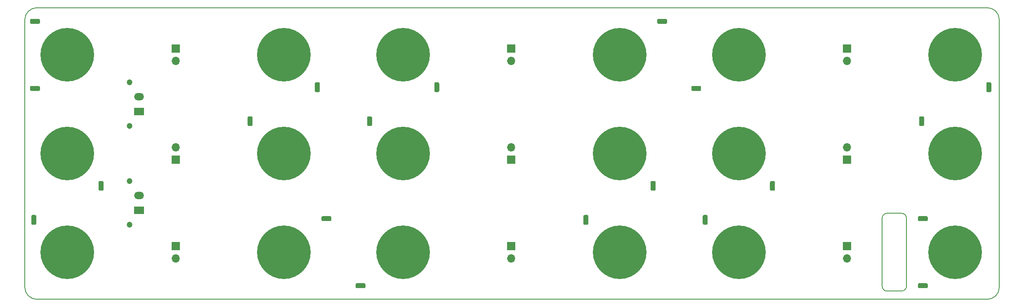
<source format=gbr>
%TF.GenerationSoftware,KiCad,Pcbnew,(5.0.0-rc2-dev-733-g23a9fcd91)*%
%TF.CreationDate,2018-05-26T11:51:58+02:00*%
%TF.ProjectId,CellsBoard,43656C6C73426F6172642E6B69636164,rev?*%
%TF.SameCoordinates,Original*%
%TF.FileFunction,Soldermask,Bot*%
%TF.FilePolarity,Negative*%
%FSLAX46Y46*%
G04 Gerber Fmt 4.6, Leading zero omitted, Abs format (unit mm)*
G04 Created by KiCad (PCBNEW (5.0.0-rc2-dev-733-g23a9fcd91)) date 05/26/18 11:51:58*
%MOMM*%
%LPD*%
G01*
G04 APERTURE LIST*
%ADD10C,0.150000*%
%ADD11O,2.000000X1.500000*%
%ADD12R,2.000000X1.500000*%
%ADD13C,1.200000*%
%ADD14C,11.000000*%
%ADD15C,0.900000*%
%ADD16C,1.000000*%
%ADD17O,1.700000X1.700000*%
%ADD18R,1.700000X1.700000*%
G04 APERTURE END LIST*
D10*
X226950000Y-132300000D02*
X229950000Y-132300000D01*
X225950000Y-147300000D02*
X225950000Y-133300000D01*
X229950000Y-148300000D02*
X226950000Y-148300000D01*
X230950000Y-133300000D02*
X230950000Y-147300000D01*
X226950000Y-148300000D02*
G75*
G02X225950000Y-147300000I0J1000000D01*
G01*
X225950000Y-133300000D02*
G75*
G02X226950000Y-132300000I1000000J0D01*
G01*
X229950000Y-132300000D02*
G75*
G02X230950000Y-133300000I0J-1000000D01*
G01*
X230950000Y-147300000D02*
G75*
G02X229950000Y-148300000I-1000000J0D01*
G01*
X247500000Y-90000000D02*
X52500000Y-90000000D01*
X247500000Y-90000000D02*
G75*
G02X250000000Y-92500000I0J-2500000D01*
G01*
X250000000Y-147500000D02*
X250000000Y-92500000D01*
X250000000Y-147500000D02*
G75*
G02X247500000Y-150000000I-2500000J0D01*
G01*
X52500000Y-150000000D02*
X247500000Y-150000000D01*
X52500000Y-150000000D02*
G75*
G02X50000000Y-147500000I0J2500000D01*
G01*
X50000000Y-92500000D02*
X50000000Y-147500000D01*
X50000000Y-92500000D02*
G75*
G02X52500000Y-90000000I2500000J0D01*
G01*
D11*
X73450000Y-108350000D03*
D12*
X73450000Y-111350000D03*
D13*
X71490000Y-105350000D03*
X71490000Y-114350000D03*
D11*
X73450000Y-128650000D03*
D12*
X73450000Y-131650000D03*
D13*
X71490000Y-125650000D03*
X71490000Y-134650000D03*
D14*
X240950000Y-140300000D03*
D15*
X240950000Y-136175000D03*
X243876815Y-137373185D03*
X245075000Y-140300000D03*
X243876815Y-143226815D03*
X240950000Y-144425000D03*
X238023185Y-143226815D03*
X236825000Y-140300000D03*
X238023185Y-137373185D03*
D10*
G36*
X235074504Y-132901204D02*
X235098773Y-132904804D01*
X235122571Y-132910765D01*
X235145671Y-132919030D01*
X235167849Y-132929520D01*
X235188893Y-132942133D01*
X235208598Y-132956747D01*
X235226777Y-132973223D01*
X235243253Y-132991402D01*
X235257867Y-133011107D01*
X235270480Y-133032151D01*
X235280970Y-133054329D01*
X235289235Y-133077429D01*
X235295196Y-133101227D01*
X235298796Y-133125496D01*
X235300000Y-133150000D01*
X235300000Y-133650000D01*
X235298796Y-133674504D01*
X235295196Y-133698773D01*
X235289235Y-133722571D01*
X235280970Y-133745671D01*
X235270480Y-133767849D01*
X235257867Y-133788893D01*
X235243253Y-133808598D01*
X235226777Y-133826777D01*
X235208598Y-133843253D01*
X235188893Y-133857867D01*
X235167849Y-133870480D01*
X235145671Y-133880970D01*
X235122571Y-133889235D01*
X235098773Y-133895196D01*
X235074504Y-133898796D01*
X235050000Y-133900000D01*
X233550000Y-133900000D01*
X233525496Y-133898796D01*
X233501227Y-133895196D01*
X233477429Y-133889235D01*
X233454329Y-133880970D01*
X233432151Y-133870480D01*
X233411107Y-133857867D01*
X233391402Y-133843253D01*
X233373223Y-133826777D01*
X233356747Y-133808598D01*
X233342133Y-133788893D01*
X233329520Y-133767849D01*
X233319030Y-133745671D01*
X233310765Y-133722571D01*
X233304804Y-133698773D01*
X233301204Y-133674504D01*
X233300000Y-133650000D01*
X233300000Y-133150000D01*
X233301204Y-133125496D01*
X233304804Y-133101227D01*
X233310765Y-133077429D01*
X233319030Y-133054329D01*
X233329520Y-133032151D01*
X233342133Y-133011107D01*
X233356747Y-132991402D01*
X233373223Y-132973223D01*
X233391402Y-132956747D01*
X233411107Y-132942133D01*
X233432151Y-132929520D01*
X233454329Y-132919030D01*
X233477429Y-132910765D01*
X233501227Y-132904804D01*
X233525496Y-132901204D01*
X233550000Y-132900000D01*
X235050000Y-132900000D01*
X235074504Y-132901204D01*
X235074504Y-132901204D01*
G37*
D16*
X234300000Y-133400000D03*
D10*
G36*
X235074504Y-146701204D02*
X235098773Y-146704804D01*
X235122571Y-146710765D01*
X235145671Y-146719030D01*
X235167849Y-146729520D01*
X235188893Y-146742133D01*
X235208598Y-146756747D01*
X235226777Y-146773223D01*
X235243253Y-146791402D01*
X235257867Y-146811107D01*
X235270480Y-146832151D01*
X235280970Y-146854329D01*
X235289235Y-146877429D01*
X235295196Y-146901227D01*
X235298796Y-146925496D01*
X235300000Y-146950000D01*
X235300000Y-147450000D01*
X235298796Y-147474504D01*
X235295196Y-147498773D01*
X235289235Y-147522571D01*
X235280970Y-147545671D01*
X235270480Y-147567849D01*
X235257867Y-147588893D01*
X235243253Y-147608598D01*
X235226777Y-147626777D01*
X235208598Y-147643253D01*
X235188893Y-147657867D01*
X235167849Y-147670480D01*
X235145671Y-147680970D01*
X235122571Y-147689235D01*
X235098773Y-147695196D01*
X235074504Y-147698796D01*
X235050000Y-147700000D01*
X233550000Y-147700000D01*
X233525496Y-147698796D01*
X233501227Y-147695196D01*
X233477429Y-147689235D01*
X233454329Y-147680970D01*
X233432151Y-147670480D01*
X233411107Y-147657867D01*
X233391402Y-147643253D01*
X233373223Y-147626777D01*
X233356747Y-147608598D01*
X233342133Y-147588893D01*
X233329520Y-147567849D01*
X233319030Y-147545671D01*
X233310765Y-147522571D01*
X233304804Y-147498773D01*
X233301204Y-147474504D01*
X233300000Y-147450000D01*
X233300000Y-146950000D01*
X233301204Y-146925496D01*
X233304804Y-146901227D01*
X233310765Y-146877429D01*
X233319030Y-146854329D01*
X233329520Y-146832151D01*
X233342133Y-146811107D01*
X233356747Y-146791402D01*
X233373223Y-146773223D01*
X233391402Y-146756747D01*
X233411107Y-146742133D01*
X233432151Y-146729520D01*
X233454329Y-146719030D01*
X233477429Y-146710765D01*
X233501227Y-146704804D01*
X233525496Y-146701204D01*
X233550000Y-146700000D01*
X235050000Y-146700000D01*
X235074504Y-146701204D01*
X235074504Y-146701204D01*
G37*
D16*
X234300000Y-147200000D03*
D10*
G36*
X119674504Y-146701204D02*
X119698773Y-146704804D01*
X119722571Y-146710765D01*
X119745671Y-146719030D01*
X119767849Y-146729520D01*
X119788893Y-146742133D01*
X119808598Y-146756747D01*
X119826777Y-146773223D01*
X119843253Y-146791402D01*
X119857867Y-146811107D01*
X119870480Y-146832151D01*
X119880970Y-146854329D01*
X119889235Y-146877429D01*
X119895196Y-146901227D01*
X119898796Y-146925496D01*
X119900000Y-146950000D01*
X119900000Y-147450000D01*
X119898796Y-147474504D01*
X119895196Y-147498773D01*
X119889235Y-147522571D01*
X119880970Y-147545671D01*
X119870480Y-147567849D01*
X119857867Y-147588893D01*
X119843253Y-147608598D01*
X119826777Y-147626777D01*
X119808598Y-147643253D01*
X119788893Y-147657867D01*
X119767849Y-147670480D01*
X119745671Y-147680970D01*
X119722571Y-147689235D01*
X119698773Y-147695196D01*
X119674504Y-147698796D01*
X119650000Y-147700000D01*
X118150000Y-147700000D01*
X118125496Y-147698796D01*
X118101227Y-147695196D01*
X118077429Y-147689235D01*
X118054329Y-147680970D01*
X118032151Y-147670480D01*
X118011107Y-147657867D01*
X117991402Y-147643253D01*
X117973223Y-147626777D01*
X117956747Y-147608598D01*
X117942133Y-147588893D01*
X117929520Y-147567849D01*
X117919030Y-147545671D01*
X117910765Y-147522571D01*
X117904804Y-147498773D01*
X117901204Y-147474504D01*
X117900000Y-147450000D01*
X117900000Y-146950000D01*
X117901204Y-146925496D01*
X117904804Y-146901227D01*
X117910765Y-146877429D01*
X117919030Y-146854329D01*
X117929520Y-146832151D01*
X117942133Y-146811107D01*
X117956747Y-146791402D01*
X117973223Y-146773223D01*
X117991402Y-146756747D01*
X118011107Y-146742133D01*
X118032151Y-146729520D01*
X118054329Y-146719030D01*
X118077429Y-146710765D01*
X118101227Y-146704804D01*
X118125496Y-146701204D01*
X118150000Y-146700000D01*
X119650000Y-146700000D01*
X119674504Y-146701204D01*
X119674504Y-146701204D01*
G37*
D16*
X118900000Y-147200000D03*
D10*
G36*
X112674504Y-132901204D02*
X112698773Y-132904804D01*
X112722571Y-132910765D01*
X112745671Y-132919030D01*
X112767849Y-132929520D01*
X112788893Y-132942133D01*
X112808598Y-132956747D01*
X112826777Y-132973223D01*
X112843253Y-132991402D01*
X112857867Y-133011107D01*
X112870480Y-133032151D01*
X112880970Y-133054329D01*
X112889235Y-133077429D01*
X112895196Y-133101227D01*
X112898796Y-133125496D01*
X112900000Y-133150000D01*
X112900000Y-133650000D01*
X112898796Y-133674504D01*
X112895196Y-133698773D01*
X112889235Y-133722571D01*
X112880970Y-133745671D01*
X112870480Y-133767849D01*
X112857867Y-133788893D01*
X112843253Y-133808598D01*
X112826777Y-133826777D01*
X112808598Y-133843253D01*
X112788893Y-133857867D01*
X112767849Y-133870480D01*
X112745671Y-133880970D01*
X112722571Y-133889235D01*
X112698773Y-133895196D01*
X112674504Y-133898796D01*
X112650000Y-133900000D01*
X111150000Y-133900000D01*
X111125496Y-133898796D01*
X111101227Y-133895196D01*
X111077429Y-133889235D01*
X111054329Y-133880970D01*
X111032151Y-133870480D01*
X111011107Y-133857867D01*
X110991402Y-133843253D01*
X110973223Y-133826777D01*
X110956747Y-133808598D01*
X110942133Y-133788893D01*
X110929520Y-133767849D01*
X110919030Y-133745671D01*
X110910765Y-133722571D01*
X110904804Y-133698773D01*
X110901204Y-133674504D01*
X110900000Y-133650000D01*
X110900000Y-133150000D01*
X110901204Y-133125496D01*
X110904804Y-133101227D01*
X110910765Y-133077429D01*
X110919030Y-133054329D01*
X110929520Y-133032151D01*
X110942133Y-133011107D01*
X110956747Y-132991402D01*
X110973223Y-132973223D01*
X110991402Y-132956747D01*
X111011107Y-132942133D01*
X111032151Y-132929520D01*
X111054329Y-132919030D01*
X111077429Y-132910765D01*
X111101227Y-132904804D01*
X111125496Y-132901204D01*
X111150000Y-132900000D01*
X112650000Y-132900000D01*
X112674504Y-132901204D01*
X112674504Y-132901204D01*
G37*
D16*
X111900000Y-133400000D03*
D14*
X127650000Y-140300000D03*
D15*
X124723185Y-143226815D03*
X127650000Y-136175000D03*
X130576815Y-143226815D03*
X130576815Y-137373185D03*
X124723185Y-137373185D03*
X127650000Y-144425000D03*
X123525000Y-140300000D03*
X131775000Y-140300000D03*
X106076815Y-137373185D03*
X103150000Y-136175000D03*
X100223185Y-137373185D03*
X99025000Y-140300000D03*
X100223185Y-143226815D03*
X103150000Y-144425000D03*
X106076815Y-143226815D03*
X107275000Y-140300000D03*
D14*
X103150000Y-140300000D03*
D10*
G36*
X188574504Y-106101204D02*
X188598773Y-106104804D01*
X188622571Y-106110765D01*
X188645671Y-106119030D01*
X188667849Y-106129520D01*
X188688893Y-106142133D01*
X188708598Y-106156747D01*
X188726777Y-106173223D01*
X188743253Y-106191402D01*
X188757867Y-106211107D01*
X188770480Y-106232151D01*
X188780970Y-106254329D01*
X188789235Y-106277429D01*
X188795196Y-106301227D01*
X188798796Y-106325496D01*
X188800000Y-106350000D01*
X188800000Y-106850000D01*
X188798796Y-106874504D01*
X188795196Y-106898773D01*
X188789235Y-106922571D01*
X188780970Y-106945671D01*
X188770480Y-106967849D01*
X188757867Y-106988893D01*
X188743253Y-107008598D01*
X188726777Y-107026777D01*
X188708598Y-107043253D01*
X188688893Y-107057867D01*
X188667849Y-107070480D01*
X188645671Y-107080970D01*
X188622571Y-107089235D01*
X188598773Y-107095196D01*
X188574504Y-107098796D01*
X188550000Y-107100000D01*
X187050000Y-107100000D01*
X187025496Y-107098796D01*
X187001227Y-107095196D01*
X186977429Y-107089235D01*
X186954329Y-107080970D01*
X186932151Y-107070480D01*
X186911107Y-107057867D01*
X186891402Y-107043253D01*
X186873223Y-107026777D01*
X186856747Y-107008598D01*
X186842133Y-106988893D01*
X186829520Y-106967849D01*
X186819030Y-106945671D01*
X186810765Y-106922571D01*
X186804804Y-106898773D01*
X186801204Y-106874504D01*
X186800000Y-106850000D01*
X186800000Y-106350000D01*
X186801204Y-106325496D01*
X186804804Y-106301227D01*
X186810765Y-106277429D01*
X186819030Y-106254329D01*
X186829520Y-106232151D01*
X186842133Y-106211107D01*
X186856747Y-106191402D01*
X186873223Y-106173223D01*
X186891402Y-106156747D01*
X186911107Y-106142133D01*
X186932151Y-106129520D01*
X186954329Y-106119030D01*
X186977429Y-106110765D01*
X187001227Y-106104804D01*
X187025496Y-106101204D01*
X187050000Y-106100000D01*
X188550000Y-106100000D01*
X188574504Y-106101204D01*
X188574504Y-106101204D01*
G37*
D16*
X187800000Y-106600000D03*
D10*
G36*
X181574504Y-92301204D02*
X181598773Y-92304804D01*
X181622571Y-92310765D01*
X181645671Y-92319030D01*
X181667849Y-92329520D01*
X181688893Y-92342133D01*
X181708598Y-92356747D01*
X181726777Y-92373223D01*
X181743253Y-92391402D01*
X181757867Y-92411107D01*
X181770480Y-92432151D01*
X181780970Y-92454329D01*
X181789235Y-92477429D01*
X181795196Y-92501227D01*
X181798796Y-92525496D01*
X181800000Y-92550000D01*
X181800000Y-93050000D01*
X181798796Y-93074504D01*
X181795196Y-93098773D01*
X181789235Y-93122571D01*
X181780970Y-93145671D01*
X181770480Y-93167849D01*
X181757867Y-93188893D01*
X181743253Y-93208598D01*
X181726777Y-93226777D01*
X181708598Y-93243253D01*
X181688893Y-93257867D01*
X181667849Y-93270480D01*
X181645671Y-93280970D01*
X181622571Y-93289235D01*
X181598773Y-93295196D01*
X181574504Y-93298796D01*
X181550000Y-93300000D01*
X180050000Y-93300000D01*
X180025496Y-93298796D01*
X180001227Y-93295196D01*
X179977429Y-93289235D01*
X179954329Y-93280970D01*
X179932151Y-93270480D01*
X179911107Y-93257867D01*
X179891402Y-93243253D01*
X179873223Y-93226777D01*
X179856747Y-93208598D01*
X179842133Y-93188893D01*
X179829520Y-93167849D01*
X179819030Y-93145671D01*
X179810765Y-93122571D01*
X179804804Y-93098773D01*
X179801204Y-93074504D01*
X179800000Y-93050000D01*
X179800000Y-92550000D01*
X179801204Y-92525496D01*
X179804804Y-92501227D01*
X179810765Y-92477429D01*
X179819030Y-92454329D01*
X179829520Y-92432151D01*
X179842133Y-92411107D01*
X179856747Y-92391402D01*
X179873223Y-92373223D01*
X179891402Y-92356747D01*
X179911107Y-92342133D01*
X179932151Y-92329520D01*
X179954329Y-92319030D01*
X179977429Y-92310765D01*
X180001227Y-92304804D01*
X180025496Y-92301204D01*
X180050000Y-92300000D01*
X181550000Y-92300000D01*
X181574504Y-92301204D01*
X181574504Y-92301204D01*
G37*
D16*
X180800000Y-92800000D03*
D14*
X196550000Y-99700000D03*
D15*
X193623185Y-102626815D03*
X196550000Y-95575000D03*
X199476815Y-102626815D03*
X199476815Y-96773185D03*
X193623185Y-96773185D03*
X196550000Y-103825000D03*
X192425000Y-99700000D03*
X200675000Y-99700000D03*
X174976815Y-96773185D03*
X172050000Y-95575000D03*
X169123185Y-96773185D03*
X167925000Y-99700000D03*
X169123185Y-102626815D03*
X172050000Y-103825000D03*
X174976815Y-102626815D03*
X176175000Y-99700000D03*
D14*
X172050000Y-99700000D03*
D10*
G36*
X110324504Y-105351204D02*
X110348773Y-105354804D01*
X110372571Y-105360765D01*
X110395671Y-105369030D01*
X110417849Y-105379520D01*
X110438893Y-105392133D01*
X110458598Y-105406747D01*
X110476777Y-105423223D01*
X110493253Y-105441402D01*
X110507867Y-105461107D01*
X110520480Y-105482151D01*
X110530970Y-105504329D01*
X110539235Y-105527429D01*
X110545196Y-105551227D01*
X110548796Y-105575496D01*
X110550000Y-105600000D01*
X110550000Y-107100000D01*
X110548796Y-107124504D01*
X110545196Y-107148773D01*
X110539235Y-107172571D01*
X110530970Y-107195671D01*
X110520480Y-107217849D01*
X110507867Y-107238893D01*
X110493253Y-107258598D01*
X110476777Y-107276777D01*
X110458598Y-107293253D01*
X110438893Y-107307867D01*
X110417849Y-107320480D01*
X110395671Y-107330970D01*
X110372571Y-107339235D01*
X110348773Y-107345196D01*
X110324504Y-107348796D01*
X110300000Y-107350000D01*
X109800000Y-107350000D01*
X109775496Y-107348796D01*
X109751227Y-107345196D01*
X109727429Y-107339235D01*
X109704329Y-107330970D01*
X109682151Y-107320480D01*
X109661107Y-107307867D01*
X109641402Y-107293253D01*
X109623223Y-107276777D01*
X109606747Y-107258598D01*
X109592133Y-107238893D01*
X109579520Y-107217849D01*
X109569030Y-107195671D01*
X109560765Y-107172571D01*
X109554804Y-107148773D01*
X109551204Y-107124504D01*
X109550000Y-107100000D01*
X109550000Y-105600000D01*
X109551204Y-105575496D01*
X109554804Y-105551227D01*
X109560765Y-105527429D01*
X109569030Y-105504329D01*
X109579520Y-105482151D01*
X109592133Y-105461107D01*
X109606747Y-105441402D01*
X109623223Y-105423223D01*
X109641402Y-105406747D01*
X109661107Y-105392133D01*
X109682151Y-105379520D01*
X109704329Y-105369030D01*
X109727429Y-105360765D01*
X109751227Y-105354804D01*
X109775496Y-105351204D01*
X109800000Y-105350000D01*
X110300000Y-105350000D01*
X110324504Y-105351204D01*
X110324504Y-105351204D01*
G37*
D16*
X110050000Y-106350000D03*
D10*
G36*
X96524504Y-112351204D02*
X96548773Y-112354804D01*
X96572571Y-112360765D01*
X96595671Y-112369030D01*
X96617849Y-112379520D01*
X96638893Y-112392133D01*
X96658598Y-112406747D01*
X96676777Y-112423223D01*
X96693253Y-112441402D01*
X96707867Y-112461107D01*
X96720480Y-112482151D01*
X96730970Y-112504329D01*
X96739235Y-112527429D01*
X96745196Y-112551227D01*
X96748796Y-112575496D01*
X96750000Y-112600000D01*
X96750000Y-114100000D01*
X96748796Y-114124504D01*
X96745196Y-114148773D01*
X96739235Y-114172571D01*
X96730970Y-114195671D01*
X96720480Y-114217849D01*
X96707867Y-114238893D01*
X96693253Y-114258598D01*
X96676777Y-114276777D01*
X96658598Y-114293253D01*
X96638893Y-114307867D01*
X96617849Y-114320480D01*
X96595671Y-114330970D01*
X96572571Y-114339235D01*
X96548773Y-114345196D01*
X96524504Y-114348796D01*
X96500000Y-114350000D01*
X96000000Y-114350000D01*
X95975496Y-114348796D01*
X95951227Y-114345196D01*
X95927429Y-114339235D01*
X95904329Y-114330970D01*
X95882151Y-114320480D01*
X95861107Y-114307867D01*
X95841402Y-114293253D01*
X95823223Y-114276777D01*
X95806747Y-114258598D01*
X95792133Y-114238893D01*
X95779520Y-114217849D01*
X95769030Y-114195671D01*
X95760765Y-114172571D01*
X95754804Y-114148773D01*
X95751204Y-114124504D01*
X95750000Y-114100000D01*
X95750000Y-112600000D01*
X95751204Y-112575496D01*
X95754804Y-112551227D01*
X95760765Y-112527429D01*
X95769030Y-112504329D01*
X95779520Y-112482151D01*
X95792133Y-112461107D01*
X95806747Y-112441402D01*
X95823223Y-112423223D01*
X95841402Y-112406747D01*
X95861107Y-112392133D01*
X95882151Y-112379520D01*
X95904329Y-112369030D01*
X95927429Y-112360765D01*
X95951227Y-112354804D01*
X95975496Y-112351204D01*
X96000000Y-112350000D01*
X96500000Y-112350000D01*
X96524504Y-112351204D01*
X96524504Y-112351204D01*
G37*
D16*
X96250000Y-113350000D03*
D14*
X103150000Y-99700000D03*
D15*
X106076815Y-102626815D03*
X99025000Y-99700000D03*
X106076815Y-96773185D03*
X100223185Y-96773185D03*
X100223185Y-102626815D03*
X107275000Y-99700000D03*
X103150000Y-103825000D03*
X103150000Y-95575000D03*
X100223185Y-117073185D03*
X99025000Y-120000000D03*
X100223185Y-122926815D03*
X103150000Y-124125000D03*
X106076815Y-122926815D03*
X107275000Y-120000000D03*
X106076815Y-117073185D03*
X103150000Y-115875000D03*
D14*
X103150000Y-120000000D03*
D10*
G36*
X65924504Y-125651204D02*
X65948773Y-125654804D01*
X65972571Y-125660765D01*
X65995671Y-125669030D01*
X66017849Y-125679520D01*
X66038893Y-125692133D01*
X66058598Y-125706747D01*
X66076777Y-125723223D01*
X66093253Y-125741402D01*
X66107867Y-125761107D01*
X66120480Y-125782151D01*
X66130970Y-125804329D01*
X66139235Y-125827429D01*
X66145196Y-125851227D01*
X66148796Y-125875496D01*
X66150000Y-125900000D01*
X66150000Y-127400000D01*
X66148796Y-127424504D01*
X66145196Y-127448773D01*
X66139235Y-127472571D01*
X66130970Y-127495671D01*
X66120480Y-127517849D01*
X66107867Y-127538893D01*
X66093253Y-127558598D01*
X66076777Y-127576777D01*
X66058598Y-127593253D01*
X66038893Y-127607867D01*
X66017849Y-127620480D01*
X65995671Y-127630970D01*
X65972571Y-127639235D01*
X65948773Y-127645196D01*
X65924504Y-127648796D01*
X65900000Y-127650000D01*
X65400000Y-127650000D01*
X65375496Y-127648796D01*
X65351227Y-127645196D01*
X65327429Y-127639235D01*
X65304329Y-127630970D01*
X65282151Y-127620480D01*
X65261107Y-127607867D01*
X65241402Y-127593253D01*
X65223223Y-127576777D01*
X65206747Y-127558598D01*
X65192133Y-127538893D01*
X65179520Y-127517849D01*
X65169030Y-127495671D01*
X65160765Y-127472571D01*
X65154804Y-127448773D01*
X65151204Y-127424504D01*
X65150000Y-127400000D01*
X65150000Y-125900000D01*
X65151204Y-125875496D01*
X65154804Y-125851227D01*
X65160765Y-125827429D01*
X65169030Y-125804329D01*
X65179520Y-125782151D01*
X65192133Y-125761107D01*
X65206747Y-125741402D01*
X65223223Y-125723223D01*
X65241402Y-125706747D01*
X65261107Y-125692133D01*
X65282151Y-125679520D01*
X65304329Y-125669030D01*
X65327429Y-125660765D01*
X65351227Y-125654804D01*
X65375496Y-125651204D01*
X65400000Y-125650000D01*
X65900000Y-125650000D01*
X65924504Y-125651204D01*
X65924504Y-125651204D01*
G37*
D16*
X65650000Y-126650000D03*
D10*
G36*
X52124504Y-132651204D02*
X52148773Y-132654804D01*
X52172571Y-132660765D01*
X52195671Y-132669030D01*
X52217849Y-132679520D01*
X52238893Y-132692133D01*
X52258598Y-132706747D01*
X52276777Y-132723223D01*
X52293253Y-132741402D01*
X52307867Y-132761107D01*
X52320480Y-132782151D01*
X52330970Y-132804329D01*
X52339235Y-132827429D01*
X52345196Y-132851227D01*
X52348796Y-132875496D01*
X52350000Y-132900000D01*
X52350000Y-134400000D01*
X52348796Y-134424504D01*
X52345196Y-134448773D01*
X52339235Y-134472571D01*
X52330970Y-134495671D01*
X52320480Y-134517849D01*
X52307867Y-134538893D01*
X52293253Y-134558598D01*
X52276777Y-134576777D01*
X52258598Y-134593253D01*
X52238893Y-134607867D01*
X52217849Y-134620480D01*
X52195671Y-134630970D01*
X52172571Y-134639235D01*
X52148773Y-134645196D01*
X52124504Y-134648796D01*
X52100000Y-134650000D01*
X51600000Y-134650000D01*
X51575496Y-134648796D01*
X51551227Y-134645196D01*
X51527429Y-134639235D01*
X51504329Y-134630970D01*
X51482151Y-134620480D01*
X51461107Y-134607867D01*
X51441402Y-134593253D01*
X51423223Y-134576777D01*
X51406747Y-134558598D01*
X51392133Y-134538893D01*
X51379520Y-134517849D01*
X51369030Y-134495671D01*
X51360765Y-134472571D01*
X51354804Y-134448773D01*
X51351204Y-134424504D01*
X51350000Y-134400000D01*
X51350000Y-132900000D01*
X51351204Y-132875496D01*
X51354804Y-132851227D01*
X51360765Y-132827429D01*
X51369030Y-132804329D01*
X51379520Y-132782151D01*
X51392133Y-132761107D01*
X51406747Y-132741402D01*
X51423223Y-132723223D01*
X51441402Y-132706747D01*
X51461107Y-132692133D01*
X51482151Y-132679520D01*
X51504329Y-132669030D01*
X51527429Y-132660765D01*
X51551227Y-132654804D01*
X51575496Y-132651204D01*
X51600000Y-132650000D01*
X52100000Y-132650000D01*
X52124504Y-132651204D01*
X52124504Y-132651204D01*
G37*
D16*
X51850000Y-133650000D03*
D14*
X58750000Y-120000000D03*
D15*
X61676815Y-122926815D03*
X54625000Y-120000000D03*
X61676815Y-117073185D03*
X55823185Y-117073185D03*
X55823185Y-122926815D03*
X62875000Y-120000000D03*
X58750000Y-124125000D03*
X58750000Y-115875000D03*
X55823185Y-137373185D03*
X54625000Y-140300000D03*
X55823185Y-143226815D03*
X58750000Y-144425000D03*
X61676815Y-143226815D03*
X62875000Y-140300000D03*
X61676815Y-137373185D03*
X58750000Y-136175000D03*
D14*
X58750000Y-140300000D03*
D10*
G36*
X165424504Y-132651204D02*
X165448773Y-132654804D01*
X165472571Y-132660765D01*
X165495671Y-132669030D01*
X165517849Y-132679520D01*
X165538893Y-132692133D01*
X165558598Y-132706747D01*
X165576777Y-132723223D01*
X165593253Y-132741402D01*
X165607867Y-132761107D01*
X165620480Y-132782151D01*
X165630970Y-132804329D01*
X165639235Y-132827429D01*
X165645196Y-132851227D01*
X165648796Y-132875496D01*
X165650000Y-132900000D01*
X165650000Y-134400000D01*
X165648796Y-134424504D01*
X165645196Y-134448773D01*
X165639235Y-134472571D01*
X165630970Y-134495671D01*
X165620480Y-134517849D01*
X165607867Y-134538893D01*
X165593253Y-134558598D01*
X165576777Y-134576777D01*
X165558598Y-134593253D01*
X165538893Y-134607867D01*
X165517849Y-134620480D01*
X165495671Y-134630970D01*
X165472571Y-134639235D01*
X165448773Y-134645196D01*
X165424504Y-134648796D01*
X165400000Y-134650000D01*
X164900000Y-134650000D01*
X164875496Y-134648796D01*
X164851227Y-134645196D01*
X164827429Y-134639235D01*
X164804329Y-134630970D01*
X164782151Y-134620480D01*
X164761107Y-134607867D01*
X164741402Y-134593253D01*
X164723223Y-134576777D01*
X164706747Y-134558598D01*
X164692133Y-134538893D01*
X164679520Y-134517849D01*
X164669030Y-134495671D01*
X164660765Y-134472571D01*
X164654804Y-134448773D01*
X164651204Y-134424504D01*
X164650000Y-134400000D01*
X164650000Y-132900000D01*
X164651204Y-132875496D01*
X164654804Y-132851227D01*
X164660765Y-132827429D01*
X164669030Y-132804329D01*
X164679520Y-132782151D01*
X164692133Y-132761107D01*
X164706747Y-132741402D01*
X164723223Y-132723223D01*
X164741402Y-132706747D01*
X164761107Y-132692133D01*
X164782151Y-132679520D01*
X164804329Y-132669030D01*
X164827429Y-132660765D01*
X164851227Y-132654804D01*
X164875496Y-132651204D01*
X164900000Y-132650000D01*
X165400000Y-132650000D01*
X165424504Y-132651204D01*
X165424504Y-132651204D01*
G37*
D16*
X165150000Y-133650000D03*
D10*
G36*
X179224504Y-125651204D02*
X179248773Y-125654804D01*
X179272571Y-125660765D01*
X179295671Y-125669030D01*
X179317849Y-125679520D01*
X179338893Y-125692133D01*
X179358598Y-125706747D01*
X179376777Y-125723223D01*
X179393253Y-125741402D01*
X179407867Y-125761107D01*
X179420480Y-125782151D01*
X179430970Y-125804329D01*
X179439235Y-125827429D01*
X179445196Y-125851227D01*
X179448796Y-125875496D01*
X179450000Y-125900000D01*
X179450000Y-127400000D01*
X179448796Y-127424504D01*
X179445196Y-127448773D01*
X179439235Y-127472571D01*
X179430970Y-127495671D01*
X179420480Y-127517849D01*
X179407867Y-127538893D01*
X179393253Y-127558598D01*
X179376777Y-127576777D01*
X179358598Y-127593253D01*
X179338893Y-127607867D01*
X179317849Y-127620480D01*
X179295671Y-127630970D01*
X179272571Y-127639235D01*
X179248773Y-127645196D01*
X179224504Y-127648796D01*
X179200000Y-127650000D01*
X178700000Y-127650000D01*
X178675496Y-127648796D01*
X178651227Y-127645196D01*
X178627429Y-127639235D01*
X178604329Y-127630970D01*
X178582151Y-127620480D01*
X178561107Y-127607867D01*
X178541402Y-127593253D01*
X178523223Y-127576777D01*
X178506747Y-127558598D01*
X178492133Y-127538893D01*
X178479520Y-127517849D01*
X178469030Y-127495671D01*
X178460765Y-127472571D01*
X178454804Y-127448773D01*
X178451204Y-127424504D01*
X178450000Y-127400000D01*
X178450000Y-125900000D01*
X178451204Y-125875496D01*
X178454804Y-125851227D01*
X178460765Y-125827429D01*
X178469030Y-125804329D01*
X178479520Y-125782151D01*
X178492133Y-125761107D01*
X178506747Y-125741402D01*
X178523223Y-125723223D01*
X178541402Y-125706747D01*
X178561107Y-125692133D01*
X178582151Y-125679520D01*
X178604329Y-125669030D01*
X178627429Y-125660765D01*
X178651227Y-125654804D01*
X178675496Y-125651204D01*
X178700000Y-125650000D01*
X179200000Y-125650000D01*
X179224504Y-125651204D01*
X179224504Y-125651204D01*
G37*
D16*
X178950000Y-126650000D03*
D14*
X172050000Y-140300000D03*
D15*
X169123185Y-137373185D03*
X176175000Y-140300000D03*
X169123185Y-143226815D03*
X174976815Y-143226815D03*
X174976815Y-137373185D03*
X167925000Y-140300000D03*
X172050000Y-136175000D03*
X172050000Y-144425000D03*
X174976815Y-122926815D03*
X176175000Y-120000000D03*
X174976815Y-117073185D03*
X172050000Y-115875000D03*
X169123185Y-117073185D03*
X167925000Y-120000000D03*
X169123185Y-122926815D03*
X172050000Y-124125000D03*
D14*
X172050000Y-120000000D03*
D10*
G36*
X121024504Y-112351204D02*
X121048773Y-112354804D01*
X121072571Y-112360765D01*
X121095671Y-112369030D01*
X121117849Y-112379520D01*
X121138893Y-112392133D01*
X121158598Y-112406747D01*
X121176777Y-112423223D01*
X121193253Y-112441402D01*
X121207867Y-112461107D01*
X121220480Y-112482151D01*
X121230970Y-112504329D01*
X121239235Y-112527429D01*
X121245196Y-112551227D01*
X121248796Y-112575496D01*
X121250000Y-112600000D01*
X121250000Y-114100000D01*
X121248796Y-114124504D01*
X121245196Y-114148773D01*
X121239235Y-114172571D01*
X121230970Y-114195671D01*
X121220480Y-114217849D01*
X121207867Y-114238893D01*
X121193253Y-114258598D01*
X121176777Y-114276777D01*
X121158598Y-114293253D01*
X121138893Y-114307867D01*
X121117849Y-114320480D01*
X121095671Y-114330970D01*
X121072571Y-114339235D01*
X121048773Y-114345196D01*
X121024504Y-114348796D01*
X121000000Y-114350000D01*
X120500000Y-114350000D01*
X120475496Y-114348796D01*
X120451227Y-114345196D01*
X120427429Y-114339235D01*
X120404329Y-114330970D01*
X120382151Y-114320480D01*
X120361107Y-114307867D01*
X120341402Y-114293253D01*
X120323223Y-114276777D01*
X120306747Y-114258598D01*
X120292133Y-114238893D01*
X120279520Y-114217849D01*
X120269030Y-114195671D01*
X120260765Y-114172571D01*
X120254804Y-114148773D01*
X120251204Y-114124504D01*
X120250000Y-114100000D01*
X120250000Y-112600000D01*
X120251204Y-112575496D01*
X120254804Y-112551227D01*
X120260765Y-112527429D01*
X120269030Y-112504329D01*
X120279520Y-112482151D01*
X120292133Y-112461107D01*
X120306747Y-112441402D01*
X120323223Y-112423223D01*
X120341402Y-112406747D01*
X120361107Y-112392133D01*
X120382151Y-112379520D01*
X120404329Y-112369030D01*
X120427429Y-112360765D01*
X120451227Y-112354804D01*
X120475496Y-112351204D01*
X120500000Y-112350000D01*
X121000000Y-112350000D01*
X121024504Y-112351204D01*
X121024504Y-112351204D01*
G37*
D16*
X120750000Y-113350000D03*
D10*
G36*
X134824504Y-105351204D02*
X134848773Y-105354804D01*
X134872571Y-105360765D01*
X134895671Y-105369030D01*
X134917849Y-105379520D01*
X134938893Y-105392133D01*
X134958598Y-105406747D01*
X134976777Y-105423223D01*
X134993253Y-105441402D01*
X135007867Y-105461107D01*
X135020480Y-105482151D01*
X135030970Y-105504329D01*
X135039235Y-105527429D01*
X135045196Y-105551227D01*
X135048796Y-105575496D01*
X135050000Y-105600000D01*
X135050000Y-107100000D01*
X135048796Y-107124504D01*
X135045196Y-107148773D01*
X135039235Y-107172571D01*
X135030970Y-107195671D01*
X135020480Y-107217849D01*
X135007867Y-107238893D01*
X134993253Y-107258598D01*
X134976777Y-107276777D01*
X134958598Y-107293253D01*
X134938893Y-107307867D01*
X134917849Y-107320480D01*
X134895671Y-107330970D01*
X134872571Y-107339235D01*
X134848773Y-107345196D01*
X134824504Y-107348796D01*
X134800000Y-107350000D01*
X134300000Y-107350000D01*
X134275496Y-107348796D01*
X134251227Y-107345196D01*
X134227429Y-107339235D01*
X134204329Y-107330970D01*
X134182151Y-107320480D01*
X134161107Y-107307867D01*
X134141402Y-107293253D01*
X134123223Y-107276777D01*
X134106747Y-107258598D01*
X134092133Y-107238893D01*
X134079520Y-107217849D01*
X134069030Y-107195671D01*
X134060765Y-107172571D01*
X134054804Y-107148773D01*
X134051204Y-107124504D01*
X134050000Y-107100000D01*
X134050000Y-105600000D01*
X134051204Y-105575496D01*
X134054804Y-105551227D01*
X134060765Y-105527429D01*
X134069030Y-105504329D01*
X134079520Y-105482151D01*
X134092133Y-105461107D01*
X134106747Y-105441402D01*
X134123223Y-105423223D01*
X134141402Y-105406747D01*
X134161107Y-105392133D01*
X134182151Y-105379520D01*
X134204329Y-105369030D01*
X134227429Y-105360765D01*
X134251227Y-105354804D01*
X134275496Y-105351204D01*
X134300000Y-105350000D01*
X134800000Y-105350000D01*
X134824504Y-105351204D01*
X134824504Y-105351204D01*
G37*
D16*
X134550000Y-106350000D03*
D14*
X127650000Y-120000000D03*
D15*
X124723185Y-117073185D03*
X131775000Y-120000000D03*
X124723185Y-122926815D03*
X130576815Y-122926815D03*
X130576815Y-117073185D03*
X123525000Y-120000000D03*
X127650000Y-115875000D03*
X127650000Y-124125000D03*
X130576815Y-102626815D03*
X131775000Y-99700000D03*
X130576815Y-96773185D03*
X127650000Y-95575000D03*
X124723185Y-96773185D03*
X123525000Y-99700000D03*
X124723185Y-102626815D03*
X127650000Y-103825000D03*
D14*
X127650000Y-99700000D03*
D10*
G36*
X248124504Y-105351204D02*
X248148773Y-105354804D01*
X248172571Y-105360765D01*
X248195671Y-105369030D01*
X248217849Y-105379520D01*
X248238893Y-105392133D01*
X248258598Y-105406747D01*
X248276777Y-105423223D01*
X248293253Y-105441402D01*
X248307867Y-105461107D01*
X248320480Y-105482151D01*
X248330970Y-105504329D01*
X248339235Y-105527429D01*
X248345196Y-105551227D01*
X248348796Y-105575496D01*
X248350000Y-105600000D01*
X248350000Y-107100000D01*
X248348796Y-107124504D01*
X248345196Y-107148773D01*
X248339235Y-107172571D01*
X248330970Y-107195671D01*
X248320480Y-107217849D01*
X248307867Y-107238893D01*
X248293253Y-107258598D01*
X248276777Y-107276777D01*
X248258598Y-107293253D01*
X248238893Y-107307867D01*
X248217849Y-107320480D01*
X248195671Y-107330970D01*
X248172571Y-107339235D01*
X248148773Y-107345196D01*
X248124504Y-107348796D01*
X248100000Y-107350000D01*
X247600000Y-107350000D01*
X247575496Y-107348796D01*
X247551227Y-107345196D01*
X247527429Y-107339235D01*
X247504329Y-107330970D01*
X247482151Y-107320480D01*
X247461107Y-107307867D01*
X247441402Y-107293253D01*
X247423223Y-107276777D01*
X247406747Y-107258598D01*
X247392133Y-107238893D01*
X247379520Y-107217849D01*
X247369030Y-107195671D01*
X247360765Y-107172571D01*
X247354804Y-107148773D01*
X247351204Y-107124504D01*
X247350000Y-107100000D01*
X247350000Y-105600000D01*
X247351204Y-105575496D01*
X247354804Y-105551227D01*
X247360765Y-105527429D01*
X247369030Y-105504329D01*
X247379520Y-105482151D01*
X247392133Y-105461107D01*
X247406747Y-105441402D01*
X247423223Y-105423223D01*
X247441402Y-105406747D01*
X247461107Y-105392133D01*
X247482151Y-105379520D01*
X247504329Y-105369030D01*
X247527429Y-105360765D01*
X247551227Y-105354804D01*
X247575496Y-105351204D01*
X247600000Y-105350000D01*
X248100000Y-105350000D01*
X248124504Y-105351204D01*
X248124504Y-105351204D01*
G37*
D16*
X247850000Y-106350000D03*
D10*
G36*
X234324504Y-112351204D02*
X234348773Y-112354804D01*
X234372571Y-112360765D01*
X234395671Y-112369030D01*
X234417849Y-112379520D01*
X234438893Y-112392133D01*
X234458598Y-112406747D01*
X234476777Y-112423223D01*
X234493253Y-112441402D01*
X234507867Y-112461107D01*
X234520480Y-112482151D01*
X234530970Y-112504329D01*
X234539235Y-112527429D01*
X234545196Y-112551227D01*
X234548796Y-112575496D01*
X234550000Y-112600000D01*
X234550000Y-114100000D01*
X234548796Y-114124504D01*
X234545196Y-114148773D01*
X234539235Y-114172571D01*
X234530970Y-114195671D01*
X234520480Y-114217849D01*
X234507867Y-114238893D01*
X234493253Y-114258598D01*
X234476777Y-114276777D01*
X234458598Y-114293253D01*
X234438893Y-114307867D01*
X234417849Y-114320480D01*
X234395671Y-114330970D01*
X234372571Y-114339235D01*
X234348773Y-114345196D01*
X234324504Y-114348796D01*
X234300000Y-114350000D01*
X233800000Y-114350000D01*
X233775496Y-114348796D01*
X233751227Y-114345196D01*
X233727429Y-114339235D01*
X233704329Y-114330970D01*
X233682151Y-114320480D01*
X233661107Y-114307867D01*
X233641402Y-114293253D01*
X233623223Y-114276777D01*
X233606747Y-114258598D01*
X233592133Y-114238893D01*
X233579520Y-114217849D01*
X233569030Y-114195671D01*
X233560765Y-114172571D01*
X233554804Y-114148773D01*
X233551204Y-114124504D01*
X233550000Y-114100000D01*
X233550000Y-112600000D01*
X233551204Y-112575496D01*
X233554804Y-112551227D01*
X233560765Y-112527429D01*
X233569030Y-112504329D01*
X233579520Y-112482151D01*
X233592133Y-112461107D01*
X233606747Y-112441402D01*
X233623223Y-112423223D01*
X233641402Y-112406747D01*
X233661107Y-112392133D01*
X233682151Y-112379520D01*
X233704329Y-112369030D01*
X233727429Y-112360765D01*
X233751227Y-112354804D01*
X233775496Y-112351204D01*
X233800000Y-112350000D01*
X234300000Y-112350000D01*
X234324504Y-112351204D01*
X234324504Y-112351204D01*
G37*
D16*
X234050000Y-113350000D03*
D14*
X240950000Y-99700000D03*
D15*
X243876815Y-102626815D03*
X236825000Y-99700000D03*
X243876815Y-96773185D03*
X238023185Y-96773185D03*
X238023185Y-102626815D03*
X245075000Y-99700000D03*
X240950000Y-103825000D03*
X240950000Y-95575000D03*
X238023185Y-117073185D03*
X236825000Y-120000000D03*
X238023185Y-122926815D03*
X240950000Y-124125000D03*
X243876815Y-122926815D03*
X245075000Y-120000000D03*
X243876815Y-117073185D03*
X240950000Y-115875000D03*
D14*
X240950000Y-120000000D03*
D10*
G36*
X203724504Y-125651204D02*
X203748773Y-125654804D01*
X203772571Y-125660765D01*
X203795671Y-125669030D01*
X203817849Y-125679520D01*
X203838893Y-125692133D01*
X203858598Y-125706747D01*
X203876777Y-125723223D01*
X203893253Y-125741402D01*
X203907867Y-125761107D01*
X203920480Y-125782151D01*
X203930970Y-125804329D01*
X203939235Y-125827429D01*
X203945196Y-125851227D01*
X203948796Y-125875496D01*
X203950000Y-125900000D01*
X203950000Y-127400000D01*
X203948796Y-127424504D01*
X203945196Y-127448773D01*
X203939235Y-127472571D01*
X203930970Y-127495671D01*
X203920480Y-127517849D01*
X203907867Y-127538893D01*
X203893253Y-127558598D01*
X203876777Y-127576777D01*
X203858598Y-127593253D01*
X203838893Y-127607867D01*
X203817849Y-127620480D01*
X203795671Y-127630970D01*
X203772571Y-127639235D01*
X203748773Y-127645196D01*
X203724504Y-127648796D01*
X203700000Y-127650000D01*
X203200000Y-127650000D01*
X203175496Y-127648796D01*
X203151227Y-127645196D01*
X203127429Y-127639235D01*
X203104329Y-127630970D01*
X203082151Y-127620480D01*
X203061107Y-127607867D01*
X203041402Y-127593253D01*
X203023223Y-127576777D01*
X203006747Y-127558598D01*
X202992133Y-127538893D01*
X202979520Y-127517849D01*
X202969030Y-127495671D01*
X202960765Y-127472571D01*
X202954804Y-127448773D01*
X202951204Y-127424504D01*
X202950000Y-127400000D01*
X202950000Y-125900000D01*
X202951204Y-125875496D01*
X202954804Y-125851227D01*
X202960765Y-125827429D01*
X202969030Y-125804329D01*
X202979520Y-125782151D01*
X202992133Y-125761107D01*
X203006747Y-125741402D01*
X203023223Y-125723223D01*
X203041402Y-125706747D01*
X203061107Y-125692133D01*
X203082151Y-125679520D01*
X203104329Y-125669030D01*
X203127429Y-125660765D01*
X203151227Y-125654804D01*
X203175496Y-125651204D01*
X203200000Y-125650000D01*
X203700000Y-125650000D01*
X203724504Y-125651204D01*
X203724504Y-125651204D01*
G37*
D16*
X203450000Y-126650000D03*
D10*
G36*
X189924504Y-132651204D02*
X189948773Y-132654804D01*
X189972571Y-132660765D01*
X189995671Y-132669030D01*
X190017849Y-132679520D01*
X190038893Y-132692133D01*
X190058598Y-132706747D01*
X190076777Y-132723223D01*
X190093253Y-132741402D01*
X190107867Y-132761107D01*
X190120480Y-132782151D01*
X190130970Y-132804329D01*
X190139235Y-132827429D01*
X190145196Y-132851227D01*
X190148796Y-132875496D01*
X190150000Y-132900000D01*
X190150000Y-134400000D01*
X190148796Y-134424504D01*
X190145196Y-134448773D01*
X190139235Y-134472571D01*
X190130970Y-134495671D01*
X190120480Y-134517849D01*
X190107867Y-134538893D01*
X190093253Y-134558598D01*
X190076777Y-134576777D01*
X190058598Y-134593253D01*
X190038893Y-134607867D01*
X190017849Y-134620480D01*
X189995671Y-134630970D01*
X189972571Y-134639235D01*
X189948773Y-134645196D01*
X189924504Y-134648796D01*
X189900000Y-134650000D01*
X189400000Y-134650000D01*
X189375496Y-134648796D01*
X189351227Y-134645196D01*
X189327429Y-134639235D01*
X189304329Y-134630970D01*
X189282151Y-134620480D01*
X189261107Y-134607867D01*
X189241402Y-134593253D01*
X189223223Y-134576777D01*
X189206747Y-134558598D01*
X189192133Y-134538893D01*
X189179520Y-134517849D01*
X189169030Y-134495671D01*
X189160765Y-134472571D01*
X189154804Y-134448773D01*
X189151204Y-134424504D01*
X189150000Y-134400000D01*
X189150000Y-132900000D01*
X189151204Y-132875496D01*
X189154804Y-132851227D01*
X189160765Y-132827429D01*
X189169030Y-132804329D01*
X189179520Y-132782151D01*
X189192133Y-132761107D01*
X189206747Y-132741402D01*
X189223223Y-132723223D01*
X189241402Y-132706747D01*
X189261107Y-132692133D01*
X189282151Y-132679520D01*
X189304329Y-132669030D01*
X189327429Y-132660765D01*
X189351227Y-132654804D01*
X189375496Y-132651204D01*
X189400000Y-132650000D01*
X189900000Y-132650000D01*
X189924504Y-132651204D01*
X189924504Y-132651204D01*
G37*
D16*
X189650000Y-133650000D03*
D14*
X196550000Y-120000000D03*
D15*
X199476815Y-122926815D03*
X192425000Y-120000000D03*
X199476815Y-117073185D03*
X193623185Y-117073185D03*
X193623185Y-122926815D03*
X200675000Y-120000000D03*
X196550000Y-124125000D03*
X196550000Y-115875000D03*
X193623185Y-137373185D03*
X192425000Y-140300000D03*
X193623185Y-143226815D03*
X196550000Y-144425000D03*
X199476815Y-143226815D03*
X200675000Y-140300000D03*
X199476815Y-137373185D03*
X196550000Y-136175000D03*
D14*
X196550000Y-140300000D03*
X58750000Y-99700000D03*
D15*
X58750000Y-95575000D03*
X61676815Y-96773185D03*
X62875000Y-99700000D03*
X61676815Y-102626815D03*
X58750000Y-103825000D03*
X55823185Y-102626815D03*
X54625000Y-99700000D03*
X55823185Y-96773185D03*
D10*
G36*
X52874504Y-92301204D02*
X52898773Y-92304804D01*
X52922571Y-92310765D01*
X52945671Y-92319030D01*
X52967849Y-92329520D01*
X52988893Y-92342133D01*
X53008598Y-92356747D01*
X53026777Y-92373223D01*
X53043253Y-92391402D01*
X53057867Y-92411107D01*
X53070480Y-92432151D01*
X53080970Y-92454329D01*
X53089235Y-92477429D01*
X53095196Y-92501227D01*
X53098796Y-92525496D01*
X53100000Y-92550000D01*
X53100000Y-93050000D01*
X53098796Y-93074504D01*
X53095196Y-93098773D01*
X53089235Y-93122571D01*
X53080970Y-93145671D01*
X53070480Y-93167849D01*
X53057867Y-93188893D01*
X53043253Y-93208598D01*
X53026777Y-93226777D01*
X53008598Y-93243253D01*
X52988893Y-93257867D01*
X52967849Y-93270480D01*
X52945671Y-93280970D01*
X52922571Y-93289235D01*
X52898773Y-93295196D01*
X52874504Y-93298796D01*
X52850000Y-93300000D01*
X51350000Y-93300000D01*
X51325496Y-93298796D01*
X51301227Y-93295196D01*
X51277429Y-93289235D01*
X51254329Y-93280970D01*
X51232151Y-93270480D01*
X51211107Y-93257867D01*
X51191402Y-93243253D01*
X51173223Y-93226777D01*
X51156747Y-93208598D01*
X51142133Y-93188893D01*
X51129520Y-93167849D01*
X51119030Y-93145671D01*
X51110765Y-93122571D01*
X51104804Y-93098773D01*
X51101204Y-93074504D01*
X51100000Y-93050000D01*
X51100000Y-92550000D01*
X51101204Y-92525496D01*
X51104804Y-92501227D01*
X51110765Y-92477429D01*
X51119030Y-92454329D01*
X51129520Y-92432151D01*
X51142133Y-92411107D01*
X51156747Y-92391402D01*
X51173223Y-92373223D01*
X51191402Y-92356747D01*
X51211107Y-92342133D01*
X51232151Y-92329520D01*
X51254329Y-92319030D01*
X51277429Y-92310765D01*
X51301227Y-92304804D01*
X51325496Y-92301204D01*
X51350000Y-92300000D01*
X52850000Y-92300000D01*
X52874504Y-92301204D01*
X52874504Y-92301204D01*
G37*
D16*
X52100000Y-92800000D03*
D10*
G36*
X52874504Y-106101204D02*
X52898773Y-106104804D01*
X52922571Y-106110765D01*
X52945671Y-106119030D01*
X52967849Y-106129520D01*
X52988893Y-106142133D01*
X53008598Y-106156747D01*
X53026777Y-106173223D01*
X53043253Y-106191402D01*
X53057867Y-106211107D01*
X53070480Y-106232151D01*
X53080970Y-106254329D01*
X53089235Y-106277429D01*
X53095196Y-106301227D01*
X53098796Y-106325496D01*
X53100000Y-106350000D01*
X53100000Y-106850000D01*
X53098796Y-106874504D01*
X53095196Y-106898773D01*
X53089235Y-106922571D01*
X53080970Y-106945671D01*
X53070480Y-106967849D01*
X53057867Y-106988893D01*
X53043253Y-107008598D01*
X53026777Y-107026777D01*
X53008598Y-107043253D01*
X52988893Y-107057867D01*
X52967849Y-107070480D01*
X52945671Y-107080970D01*
X52922571Y-107089235D01*
X52898773Y-107095196D01*
X52874504Y-107098796D01*
X52850000Y-107100000D01*
X51350000Y-107100000D01*
X51325496Y-107098796D01*
X51301227Y-107095196D01*
X51277429Y-107089235D01*
X51254329Y-107080970D01*
X51232151Y-107070480D01*
X51211107Y-107057867D01*
X51191402Y-107043253D01*
X51173223Y-107026777D01*
X51156747Y-107008598D01*
X51142133Y-106988893D01*
X51129520Y-106967849D01*
X51119030Y-106945671D01*
X51110765Y-106922571D01*
X51104804Y-106898773D01*
X51101204Y-106874504D01*
X51100000Y-106850000D01*
X51100000Y-106350000D01*
X51101204Y-106325496D01*
X51104804Y-106301227D01*
X51110765Y-106277429D01*
X51119030Y-106254329D01*
X51129520Y-106232151D01*
X51142133Y-106211107D01*
X51156747Y-106191402D01*
X51173223Y-106173223D01*
X51191402Y-106156747D01*
X51211107Y-106142133D01*
X51232151Y-106129520D01*
X51254329Y-106119030D01*
X51277429Y-106110765D01*
X51301227Y-106104804D01*
X51325496Y-106101204D01*
X51350000Y-106100000D01*
X52850000Y-106100000D01*
X52874504Y-106101204D01*
X52874504Y-106101204D01*
G37*
D16*
X52100000Y-106600000D03*
D17*
X80950000Y-100970000D03*
D18*
X80950000Y-98430000D03*
X80950000Y-121270000D03*
D17*
X80950000Y-118730000D03*
X80950000Y-141570000D03*
D18*
X80950000Y-139030000D03*
D17*
X149850000Y-141570000D03*
D18*
X149850000Y-139030000D03*
D17*
X149850000Y-118730000D03*
D18*
X149850000Y-121270000D03*
D17*
X149850000Y-100970000D03*
D18*
X149850000Y-98430000D03*
D17*
X218750000Y-100970000D03*
D18*
X218750000Y-98430000D03*
D17*
X218750000Y-118730000D03*
D18*
X218750000Y-121270000D03*
X218750000Y-139030000D03*
D17*
X218750000Y-141570000D03*
M02*

</source>
